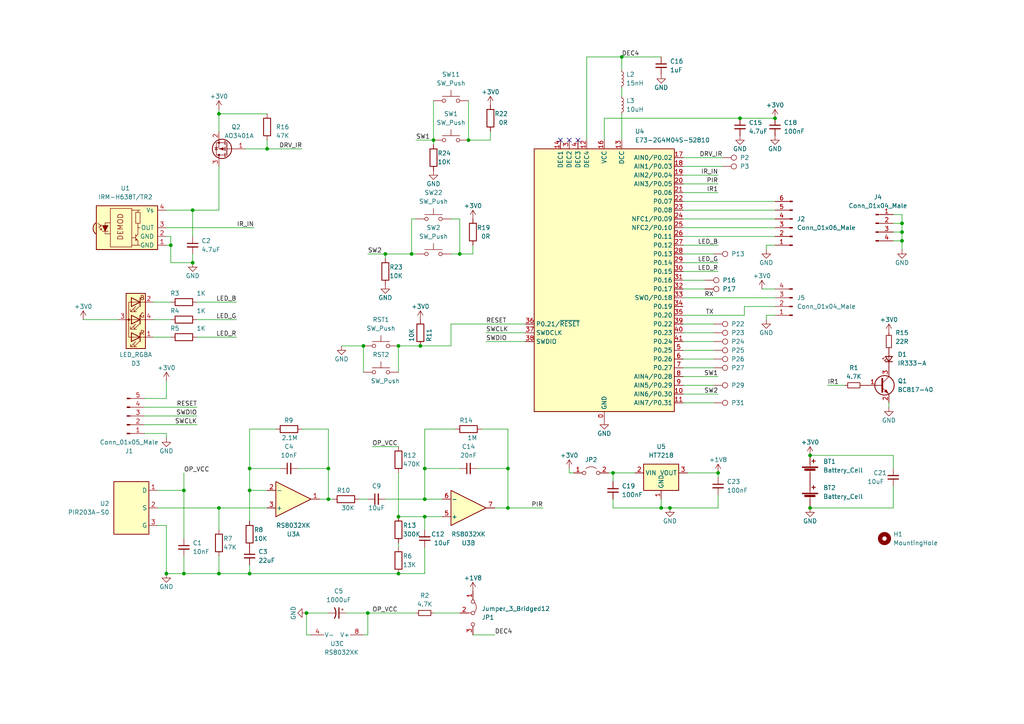
<source format=kicad_sch>
(kicad_sch (version 20211123) (generator eeschema)
  (paper "A4")
  (lib_symbols
    (symbol "Amplifier_Operational:LM358" (pin_names (offset 0.127))
      (property "Reference" "U" (at 0 5.08 0))
      (property "Value" "LM358" (at 0 -5.08 0))
      (symbol "LM358_1_1"
        (pin output line (at 7.62 0 180) (length 2.54) (name "~") (number "1"))
        (pin input line (at -7.62 -2.54 0) (length 2.54) (name "-") (number "2"))
        (pin input line (at -7.62 2.54 0) (length 2.54) (name "+") (number "3"))
      )
      (symbol "LM358_2_1"
        (pin input line (at -7.62 2.54 0) (length 2.54) (name "+") (number "5"))
        (pin input line (at -7.62 -2.54 0) (length 2.54) (name "-") (number "6"))
        (pin output line (at 7.62 0 180) (length 2.54) (name "~") (number "7"))
      )
      (symbol "LM358_3_1"
        (pin power_in line (at -2.54 -7.62 90) (length 3.81) (name "V-") (number "4"))
        (pin power_in line (at -2.54 7.62 270) (length 3.81) (name "V+") (number "8"))
      )
    )
    (symbol "Connector:Conn_01x04_Male" (pin_names (offset 1.016) hide)
      (property "Reference" "J" (at 0 5.08 0))
      (property "Value" "Conn_01x04_Male" (at 0 -7.62 0))
      (symbol "Conn_01x04_Male_1_1"
        (pin passive line (at 5.08 2.54 180) (length 3.81) (name "Pin_1") (number "1"))
        (pin passive line (at 5.08 0 180) (length 3.81) (name "Pin_2") (number "2"))
        (pin passive line (at 5.08 -2.54 180) (length 3.81) (name "Pin_3") (number "3"))
        (pin passive line (at 5.08 -5.08 180) (length 3.81) (name "Pin_4") (number "4"))
      )
    )
    (symbol "Connector:Conn_01x05_Male" (pin_names (offset 1.016) hide)
      (property "Reference" "J" (at 0 7.62 0))
      (property "Value" "Conn_01x05_Male" (at 0 -7.62 0))
      (symbol "Conn_01x05_Male_1_1"
        (pin passive line (at 5.08 5.08 180) (length 3.81) (name "Pin_1") (number "1"))
        (pin passive line (at 5.08 2.54 180) (length 3.81) (name "Pin_2") (number "2"))
        (pin passive line (at 5.08 0 180) (length 3.81) (name "Pin_3") (number "3"))
        (pin passive line (at 5.08 -2.54 180) (length 3.81) (name "Pin_4") (number "4"))
        (pin passive line (at 5.08 -5.08 180) (length 3.81) (name "Pin_5") (number "5"))
      )
    )
    (symbol "Connector:Conn_01x06_Male" (pin_names (offset 1.016) hide)
      (property "Reference" "J" (at 0 7.62 0))
      (property "Value" "Conn_01x06_Male" (at 0 -10.16 0))
      (symbol "Conn_01x06_Male_1_1"
        (pin passive line (at 5.08 5.08 180) (length 3.81) (name "Pin_1") (number "1"))
        (pin passive line (at 5.08 2.54 180) (length 3.81) (name "Pin_2") (number "2"))
        (pin passive line (at 5.08 0 180) (length 3.81) (name "Pin_3") (number "3"))
        (pin passive line (at 5.08 -2.54 180) (length 3.81) (name "Pin_4") (number "4"))
        (pin passive line (at 5.08 -5.08 180) (length 3.81) (name "Pin_5") (number "5"))
        (pin passive line (at 5.08 -7.62 180) (length 3.81) (name "Pin_6") (number "6"))
      )
    )
    (symbol "Connector:TestPoint" (pin_numbers hide) (pin_names (offset 0.762) hide)
      (property "Reference" "TP" (at 0 6.858 0))
      (property "Value" "TestPoint" (at 0 5.08 0))
      (symbol "TestPoint_1_1"
        (pin passive line (at 0 0 90) (length 2.54) (name "1") (number "1"))
      )
    )
    (symbol "Device:Battery_Cell" (pin_numbers hide) (pin_names (offset 0) hide)
      (property "Reference" "BT" (at 2.54 2.54 0))
      (property "Value" "Battery_Cell" (at 2.54 0 0))
      (symbol "Battery_Cell_1_1"
        (pin passive line (at 0 5.08 270) (length 2.54) (name "+") (number "1"))
        (pin passive line (at 0 -2.54 90) (length 2.54) (name "-") (number "2"))
      )
    )
    (symbol "Device:C_Polarized_Small_US" (pin_numbers hide) (pin_names (offset 0.254) hide)
      (property "Reference" "C" (at 0.254 1.778 0))
      (property "Value" "C_Polarized_Small_US" (at 0.254 -2.032 0))
      (symbol "C_Polarized_Small_US_1_1"
        (pin passive line (at 0 2.54 270) (length 2.032) (name "~") (number "1"))
        (pin passive line (at 0 -2.54 90) (length 2.032) (name "~") (number "2"))
      )
    )
    (symbol "Device:C_Small" (pin_numbers hide) (pin_names (offset 0.254) hide)
      (property "Reference" "C" (at 0.254 1.778 0))
      (property "Value" "C_Small" (at 0.254 -2.032 0))
      (symbol "C_Small_1_1"
        (pin passive line (at 0 2.54 270) (length 2.032) (name "~") (number "1"))
        (pin passive line (at 0 -2.54 90) (length 2.032) (name "~") (number "2"))
      )
    )
    (symbol "Device:LED_RGBA" (pin_names (offset 0) hide)
      (property "Reference" "D1" (at 0 12.7 0))
      (property "Value" "LED_RGBA" (at 0 10.16 0))
      (symbol "LED_RGBA_0_0"
        (text "B" (at -1.905 -6.35 0) (effects (font (size 1.27 1.27))))
        (text "G" (at -1.905 -1.27 0) (effects (font (size 1.27 1.27))))
        (text "R" (at -1.905 3.81 0) (effects (font (size 1.27 1.27))))
      )
      (symbol "LED_RGBA_1_1"
        (pin passive line (at -5.08 5.08 0) (length 2.54) (name "RK") (number "1"))
        (pin passive line (at -5.08 -5.08 0) (length 2.54) (name "BK") (number "2"))
        (pin passive line (at 5.08 0 180) (length 2.54) (name "A") (number "3"))
        (pin passive line (at -5.08 0 0) (length 2.54) (name "GK") (number "4"))
      )
    )
    (symbol "Device:LED_Small" (pin_numbers hide) (pin_names (offset 0.254) hide)
      (property "Reference" "D" (at -1.27 3.175 0))
      (property "Value" "LED_Small" (at -4.445 -2.54 0))
      (symbol "LED_Small_1_1"
        (pin passive line (at -2.54 0 0) (length 1.778) (name "K") (number "1"))
        (pin passive line (at 2.54 0 180) (length 1.778) (name "A") (number "2"))
      )
    )
    (symbol "Device:L_Small" (pin_numbers hide) (pin_names (offset 0.254) hide)
      (property "Reference" "L" (at 0.762 1.016 0))
      (property "Value" "L_Small" (at 0.762 -1.016 0))
      (symbol "L_Small_1_1"
        (pin passive line (at 0 2.54 270) (length 0.508) (name "~") (number "1"))
        (pin passive line (at 0 -2.54 90) (length 0.508) (name "~") (number "2"))
      )
    )
    (symbol "Device:R" (pin_numbers hide) (pin_names (offset 0))
      (property "Reference" "R" (at 2.032 0 90))
      (property "Value" "R" (at 0 0 90))
      (symbol "R_1_1"
        (pin passive line (at 0 3.81 270) (length 1.27) (name "~") (number "1"))
        (pin passive line (at 0 -3.81 90) (length 1.27) (name "~") (number "2"))
      )
    )
    (symbol "Device:R_Small" (pin_numbers hide) (pin_names (offset 0.254) hide)
      (property "Reference" "R" (at 0.762 0.508 0))
      (property "Value" "R_Small" (at 0.762 -1.016 0))
      (symbol "R_Small_1_1"
        (pin passive line (at 0 2.54 270) (length 0.762) (name "~") (number "1"))
        (pin passive line (at 0 -2.54 90) (length 0.762) (name "~") (number "2"))
      )
    )
    (symbol "Interface_Optical:TSOP23xx" (pin_names (offset 1.016))
      (property "Reference" "U?" (at -1.735 11.43 0))
      (property "Value" "IRM-H638T/TR2" (at -1.735 8.89 0))
      (symbol "TSOP23xx_0_0"
        (text "DEMOD" (at -3.175 0.254 900) (effects (font (size 1.524 1.524))))
      )
      (symbol "TSOP23xx_1_1"
        (pin power_in line (at 10.16 -5.08 180) (length 2.54) (name "GND") (number "1"))
        (pin power_in line (at 10.16 -2.54 180) (length 2.54) (name "GND") (number "2"))
        (pin output line (at 10.16 0 180) (length 2.54) (name "OUT") (number "3"))
        (pin power_in line (at 10.16 5.08 180) (length 2.54) (name "Vs") (number "4"))
      )
    )
    (symbol "Jumper:Jumper_2_Open" (pin_names (offset 0) hide)
      (property "Reference" "JP" (at 0 2.794 0))
      (property "Value" "Jumper_2_Open" (at 0 -2.286 0))
      (symbol "Jumper_2_Open_1_1"
        (pin passive line (at -5.08 0 0) (length 2.54) (name "A") (number "1"))
        (pin passive line (at 5.08 0 180) (length 2.54) (name "B") (number "2"))
      )
    )
    (symbol "Jumper:Jumper_3_Bridged12" (pin_names (offset 0) hide)
      (property "Reference" "JP" (at -2.54 -2.54 0))
      (property "Value" "Jumper_3_Bridged12" (at 0 2.794 0))
      (symbol "Jumper_3_Bridged12_1_1"
        (pin passive line (at -6.35 0 0) (length 2.54) (name "A") (number "1"))
        (pin input line (at 0 -3.81 90) (length 2.54) (name "C") (number "2"))
        (pin passive line (at 6.35 0 180) (length 2.54) (name "B") (number "3"))
      )
    )
    (symbol "Mechanical:MountingHole" (pin_names (offset 1.016))
      (property "Reference" "H" (at 0 5.08 0))
      (property "Value" "MountingHole" (at 0 3.175 0))
    )
    (symbol "RF_Module:E73-2G4M04S-52810"
      (property "Reference" "U" (at 0 1.27 0))
      (property "Value" "E73-2G4M04S-52810" (at 0 -1.27 0))
      (symbol "E73-2G4M04S-52810_1_1"
        (pin power_in line (at 0 -40.64 90) (length 2.54) (name "GND") (number "0"))
        (pin passive line (at 0 -40.64 90) (length 2.54) hide (name "GND") (number "1"))
        (pin bidirectional line (at 22.86 -33.02 180) (length 2.54) (name "AIN6/P0.30") (number "10"))
        (pin bidirectional line (at 22.86 -35.56 180) (length 2.54) (name "AIN7/P0.31") (number "11"))
        (pin passive line (at -5.08 40.64 270) (length 2.54) (name "DEC4") (number "12"))
        (pin power_out line (at 5.08 40.64 270) (length 2.54) (name "DCC") (number "13"))
        (pin passive line (at -12.7 40.64 270) (length 2.54) (name "DEC1") (number "14"))
        (pin passive line (at 0 -40.64 90) (length 2.54) hide (name "GND") (number "15"))
        (pin power_in line (at 0 40.64 270) (length 2.54) (name "VCC") (number "16"))
        (pin bidirectional line (at 22.86 35.56 180) (length 2.54) (name "AIN0/P0.02") (number "17"))
        (pin bidirectional line (at 22.86 33.02 180) (length 2.54) (name "AIN1/P0.03") (number "18"))
        (pin bidirectional line (at 22.86 30.48 180) (length 2.54) (name "AIN2/P0.04") (number "19"))
        (pin passive line (at 0 -40.64 90) (length 2.54) hide (name "GND") (number "2"))
        (pin bidirectional line (at 22.86 27.94 180) (length 2.54) (name "AIN3/P0.05") (number "20"))
        (pin bidirectional line (at 22.86 25.4 180) (length 2.54) (name "P0.06") (number "21"))
        (pin bidirectional line (at 22.86 22.86 180) (length 2.54) (name "P0.07") (number "22"))
        (pin bidirectional line (at 22.86 20.32 180) (length 2.54) (name "P0.08") (number "23"))
        (pin bidirectional line (at 22.86 17.78 180) (length 2.54) (name "NFC1/P0.09") (number "24"))
        (pin bidirectional line (at 22.86 15.24 180) (length 2.54) (name "NFC2/P0.10") (number "25"))
        (pin bidirectional line (at 22.86 12.7 180) (length 2.54) (name "P0.11") (number "26"))
        (pin bidirectional line (at 22.86 10.16 180) (length 2.54) (name "P0.12") (number "27"))
        (pin bidirectional line (at 22.86 7.62 180) (length 2.54) (name "P0.13") (number "28"))
        (pin bidirectional line (at 22.86 5.08 180) (length 2.54) (name "P0.14") (number "29"))
        (pin passive line (at -10.16 40.64 270) (length 2.54) (name "DEC2") (number "3"))
        (pin bidirectional line (at 22.86 2.54 180) (length 2.54) (name "P0.15") (number "30"))
        (pin bidirectional line (at 22.86 0 180) (length 2.54) (name "P0.16") (number "31"))
        (pin bidirectional line (at 22.86 -2.54 180) (length 2.54) (name "P0.17") (number "32"))
        (pin bidirectional line (at 22.86 -5.08 180) (length 2.54) (name "SWO/P0.18") (number "33"))
        (pin bidirectional line (at 22.86 -7.62 180) (length 2.54) (name "P0.19") (number "34"))
        (pin bidirectional line (at 22.86 -10.16 180) (length 2.54) (name "P0.20") (number "35"))
        (pin bidirectional line (at -22.86 -12.7 0) (length 2.54) (name "P0.21/~{RESET}") (number "36"))
        (pin input line (at -22.86 -15.24 0) (length 2.54) (name "SWDCLK") (number "37"))
        (pin bidirectional line (at -22.86 -17.78 0) (length 2.54) (name "SWDIO") (number "38"))
        (pin bidirectional line (at 22.86 -12.7 180) (length 2.54) (name "P0.22") (number "39"))
        (pin passive line (at -7.62 40.64 270) (length 2.54) (name "DEC3") (number "4"))
        (pin bidirectional line (at 22.86 -15.24 180) (length 2.54) (name "P0.23") (number "40"))
        (pin bidirectional line (at 22.86 -17.78 180) (length 2.54) (name "P0.24") (number "41"))
        (pin passive line (at 0 -40.64 90) (length 2.54) hide (name "GND") (number "42"))
        (pin passive line (at 0 -40.64 90) (length 2.54) hide (name "GND") (number "43"))
        (pin bidirectional line (at 22.86 -20.32 180) (length 2.54) (name "P0.25") (number "5"))
        (pin bidirectional line (at 22.86 -22.86 180) (length 2.54) (name "P0.26") (number "6"))
        (pin bidirectional line (at 22.86 -25.4 180) (length 2.54) (name "P0.27") (number "7"))
        (pin bidirectional line (at 22.86 -27.94 180) (length 2.54) (name "AIN4/P0.28") (number "8"))
        (pin bidirectional line (at 22.86 -30.48 180) (length 2.54) (name "AIN5/P0.29") (number "9"))
      )
    )
    (symbol "Regulator_Linear:HT75xx-1-SOT89"
      (property "Reference" "U" (at -5.08 -3.81 0))
      (property "Value" "HT75xx-1-SOT89" (at 0 6.35 0))
      (symbol "HT75xx-1-SOT89_1_1"
        (pin power_in line (at 0 -5.08 90) (length 2.54) (name "GND") (number "1"))
        (pin power_in line (at -7.62 2.54 0) (length 2.54) (name "VIN") (number "2"))
        (pin power_out line (at 7.62 2.54 180) (length 2.54) (name "VOUT") (number "3"))
      )
    )
    (symbol "Sensor_Magnetic:A1101ELHL"
      (property "Reference" "U?" (at -6.35 1.2701 0))
      (property "Value" "PIR203A-S0" (at -6.35 -1.2699 0))
      (symbol "A1101ELHL_1_1"
        (pin passive line (at 7.62 5.08 180) (length 2.54) (name "D") (number "1"))
        (pin passive line (at 7.62 0 180) (length 2.54) (name "S") (number "2"))
        (pin passive line (at 7.62 -5.08 180) (length 2.54) (name "G") (number "3"))
      )
    )
    (symbol "Switch:SW_Push" (pin_numbers hide) (pin_names (offset 1.016) hide)
      (property "Reference" "SW" (at 1.27 2.54 0))
      (property "Value" "SW_Push" (at 0 -1.524 0))
      (symbol "SW_Push_0_1"
        (pin passive line (at -5.08 0 0) (length 2.54) (name "1") (number "1"))
        (pin passive line (at 5.08 0 180) (length 2.54) (name "2") (number "2"))
      )
    )
    (symbol "Transistor_BJT:BC817" (pin_names (offset 0) hide)
      (property "Reference" "Q" (at 5.08 1.905 0))
      (property "Value" "BC817" (at 5.08 0 0))
      (symbol "BC817_1_1"
        (pin input line (at -5.08 0 0) (length 5.715) (name "B") (number "1"))
        (pin passive line (at 2.54 -5.08 90) (length 2.54) (name "E") (number "2"))
        (pin passive line (at 2.54 5.08 270) (length 2.54) (name "C") (number "3"))
      )
    )
    (symbol "Transistor_FET:AO3401A" (pin_names hide)
      (property "Reference" "Q" (at 5.08 1.905 0))
      (property "Value" "AO3401A" (at 5.08 0 0))
      (symbol "AO3401A_1_1"
        (pin input line (at -5.08 0 0) (length 2.54) (name "G") (number "1"))
        (pin passive line (at 2.54 -5.08 90) (length 2.54) (name "S") (number "2"))
        (pin passive line (at 2.54 5.08 270) (length 2.54) (name "D") (number "3"))
      )
    )
    (symbol "power:+1V8" (power) (pin_names (offset 0))
      (property "Value" "+1V8" (at 0 3.556 0))
      (symbol "+1V8_1_1"
        (pin power_in line (at 0 0 90) (length 0) hide (name "+1V8") (number "1"))
      )
    )
    (symbol "power:+3V0" (power) (pin_names (offset 0))
      (property "Value" "+3V0" (at 0 3.556 0))
      (symbol "+3V0_1_1"
        (pin power_in line (at 0 0 90) (length 0) hide (name "+3V0") (number "1"))
      )
    )
    (symbol "power:GND" (power) (pin_names (offset 0))
      (property "Value" "GND" (at 0 -3.81 0))
      (symbol "GND_1_1"
        (pin power_in line (at 0 0 270) (length 0) hide (name "GND") (number "1"))
      )
    )
  )
  (junction (at 88.9 177.8))
  (junction (at 180.34 16.51))
  (junction (at 191.77 147.32))
  (junction (at 261.62 67.31))
  (junction (at 125.73 40.64))
  (junction (at 224.79 34.29))
  (junction (at 95.25 135.89))
  (junction (at 55.88 60.96))
  (junction (at 208.28 137.16))
  (junction (at 49.53 71.12))
  (junction (at 111.76 73.66))
  (junction (at 63.5 147.32))
  (junction (at 123.19 149.86))
  (junction (at 119.38 73.66))
  (junction (at 121.92 100.33))
  (junction (at 214.63 34.29))
  (junction (at 147.32 147.32))
  (junction (at 133.35 73.66))
  (junction (at 72.39 135.89))
  (junction (at 115.57 166.37))
  (junction (at 115.57 149.86))
  (junction (at 72.39 142.24))
  (junction (at 115.57 100.33))
  (junction (at 261.62 64.77))
  (junction (at 72.39 166.37))
  (junction (at 123.19 135.89))
  (junction (at 63.5 166.37))
  (junction (at 106.68 177.8))
  (junction (at 135.89 40.64))
  (junction (at 147.32 135.89))
  (junction (at 95.25 144.78))
  (junction (at 48.26 166.37))
  (junction (at 105.41 100.33))
  (junction (at 234.95 132.08))
  (junction (at 63.5 33.02))
  (junction (at 177.8 137.16))
  (junction (at 53.34 166.37))
  (junction (at 123.19 144.78))
  (junction (at 261.62 69.85))
  (junction (at 194.31 147.32))
  (junction (at 77.47 43.18))
  (junction (at 234.95 147.32))
  (junction (at 55.88 76.2))
  (junction (at 53.34 142.24))
  (no_connect (at 167.64 40.64))
  (no_connect (at 165.1 40.64))
  (no_connect (at 162.56 40.64))
  (wire (pts (xy 198.12 109.22) (xy 208.28 109.22)))
  (wire (pts (xy 198.12 76.2) (xy 208.28 76.2)))
  (wire (pts (xy 198.12 106.68) (xy 207.01 106.68)))
  (wire (pts (xy 53.34 142.24) (xy 45.72 142.24)))
  (wire (pts (xy 140.97 96.52) (xy 152.4 96.52)))
  (wire (pts (xy 147.32 147.32) (xy 143.51 147.32)))
  (wire (pts (xy 177.8 137.16) (xy 177.8 139.7)))
  (wire (pts (xy 140.97 99.06) (xy 152.4 99.06)))
  (wire (pts (xy 152.4 93.98) (xy 130.81 93.98)))
  (wire (pts (xy 72.39 166.37) (xy 63.5 166.37)))
  (wire (pts (xy 107.95 129.54) (xy 115.57 129.54)))
  (wire (pts (xy 63.5 166.37) (xy 53.34 166.37)))
  (wire (pts (xy 57.15 92.71) (xy 68.58 92.71)))
  (wire (pts (xy 123.19 166.37) (xy 115.57 166.37)))
  (wire (pts (xy 135.89 29.21) (xy 135.89 40.64)))
  (wire (pts (xy 77.47 40.64) (xy 77.47 43.18)))
  (wire (pts (xy 198.12 114.3) (xy 208.28 114.3)))
  (wire (pts (xy 119.38 63.5) (xy 119.38 73.66)))
  (wire (pts (xy 88.9 184.15) (xy 88.9 177.8)))
  (wire (pts (xy 259.08 140.97) (xy 259.08 147.32)))
  (wire (pts (xy 259.08 67.31) (xy 261.62 67.31)))
  (wire (pts (xy 63.5 31.75) (xy 63.5 33.02)))
  (wire (pts (xy 224.79 71.12) (xy 222.25 71.12)))
  (wire (pts (xy 198.12 55.88) (xy 208.28 55.88)))
  (wire (pts (xy 215.9 91.44) (xy 215.9 88.9)))
  (wire (pts (xy 133.35 63.5) (xy 133.35 73.66)))
  (wire (pts (xy 63.5 161.29) (xy 63.5 166.37)))
  (wire (pts (xy 135.89 40.64) (xy 142.24 40.64)))
  (wire (pts (xy 138.43 135.89) (xy 147.32 135.89)))
  (wire (pts (xy 48.26 110.49) (xy 48.26 115.57)))
  (wire (pts (xy 125.73 29.21) (xy 125.73 40.64)))
  (wire (pts (xy 214.63 34.29) (xy 224.79 34.29)))
  (wire (pts (xy 123.19 144.78) (xy 128.27 144.78)))
  (wire (pts (xy 198.12 81.28) (xy 204.47 81.28)))
  (wire (pts (xy 198.12 50.8) (xy 208.28 50.8)))
  (wire (pts (xy 142.24 38.1) (xy 142.24 40.64)))
  (wire (pts (xy 115.57 166.37) (xy 72.39 166.37)))
  (wire (pts (xy 259.08 135.89) (xy 259.08 132.08)))
  (wire (pts (xy 49.53 97.79) (xy 44.45 97.79)))
  (wire (pts (xy 240.03 111.76) (xy 245.11 111.76)))
  (wire (pts (xy 45.72 147.32) (xy 63.5 147.32)))
  (wire (pts (xy 63.5 60.96) (xy 55.88 60.96)))
  (wire (pts (xy 48.26 71.12) (xy 49.53 71.12)))
  (wire (pts (xy 106.68 184.15) (xy 106.68 177.8)))
  (wire (pts (xy 63.5 147.32) (xy 63.5 153.67)))
  (wire (pts (xy 63.5 33.02) (xy 77.47 33.02)))
  (wire (pts (xy 224.79 83.82) (xy 220.98 83.82)))
  (wire (pts (xy 259.08 69.85) (xy 261.62 69.85)))
  (wire (pts (xy 115.57 149.86) (xy 123.19 149.86)))
  (wire (pts (xy 49.53 87.63) (xy 44.45 87.63)))
  (wire (pts (xy 259.08 64.77) (xy 261.62 64.77)))
  (wire (pts (xy 130.81 73.66) (xy 133.35 73.66)))
  (wire (pts (xy 198.12 116.84) (xy 207.01 116.84)))
  (wire (pts (xy 222.25 91.44) (xy 222.25 92.71)))
  (wire (pts (xy 165.1 137.16) (xy 165.1 135.89)))
  (wire (pts (xy 130.81 63.5) (xy 133.35 63.5)))
  (wire (pts (xy 191.77 147.32) (xy 194.31 147.32)))
  (wire (pts (xy 48.26 60.96) (xy 55.88 60.96)))
  (wire (pts (xy 198.12 91.44) (xy 215.9 91.44)))
  (wire (pts (xy 48.26 125.73) (xy 48.26 127)))
  (wire (pts (xy 53.34 137.16) (xy 53.34 142.24)))
  (wire (pts (xy 208.28 143.51) (xy 208.28 147.32)))
  (wire (pts (xy 115.57 100.33) (xy 115.57 107.95)))
  (wire (pts (xy 49.53 76.2) (xy 55.88 76.2)))
  (wire (pts (xy 198.12 93.98) (xy 207.01 93.98)))
  (wire (pts (xy 198.12 86.36) (xy 224.79 86.36)))
  (wire (pts (xy 48.26 68.58) (xy 49.53 68.58)))
  (wire (pts (xy 170.18 16.51) (xy 170.18 40.64)))
  (wire (pts (xy 198.12 71.12) (xy 208.28 71.12)))
  (wire (pts (xy 95.25 144.78) (xy 96.52 144.78)))
  (wire (pts (xy 115.57 157.48) (xy 115.57 158.75)))
  (wire (pts (xy 259.08 62.23) (xy 261.62 62.23)))
  (wire (pts (xy 261.62 62.23) (xy 261.62 64.77)))
  (wire (pts (xy 261.62 69.85) (xy 261.62 72.39)))
  (wire (pts (xy 49.53 68.58) (xy 49.53 71.12)))
  (wire (pts (xy 41.91 118.11) (xy 57.15 118.11)))
  (wire (pts (xy 80.01 124.46) (xy 72.39 124.46)))
  (wire (pts (xy 222.25 71.12) (xy 222.25 72.39)))
  (wire (pts (xy 120.65 40.64) (xy 125.73 40.64)))
  (wire (pts (xy 147.32 135.89) (xy 147.32 147.32)))
  (wire (pts (xy 180.34 33.02) (xy 180.34 40.64)))
  (wire (pts (xy 92.71 144.78) (xy 95.25 144.78)))
  (wire (pts (xy 63.5 147.32) (xy 77.47 147.32)))
  (wire (pts (xy 175.26 34.29) (xy 214.63 34.29)))
  (wire (pts (xy 198.12 111.76) (xy 207.01 111.76)))
  (wire (pts (xy 123.19 149.86) (xy 123.19 153.67)))
  (wire (pts (xy 198.12 58.42) (xy 224.79 58.42)))
  (wire (pts (xy 234.95 132.08) (xy 259.08 132.08)))
  (wire (pts (xy 224.79 91.44) (xy 222.25 91.44)))
  (wire (pts (xy 125.73 40.64) (xy 125.73 41.91)))
  (wire (pts (xy 48.26 115.57) (xy 41.91 115.57)))
  (wire (pts (xy 180.34 20.32) (xy 180.34 16.51)))
  (wire (pts (xy 165.1 137.16) (xy 166.37 137.16)))
  (wire (pts (xy 123.19 135.89) (xy 123.19 144.78)))
  (wire (pts (xy 175.26 34.29) (xy 175.26 40.64)))
  (wire (pts (xy 99.06 100.33) (xy 105.41 100.33)))
  (wire (pts (xy 95.25 135.89) (xy 95.25 144.78)))
  (wire (pts (xy 119.38 73.66) (xy 120.65 73.66)))
  (wire (pts (xy 104.14 144.78) (xy 106.68 144.78)))
  (wire (pts (xy 198.12 68.58) (xy 224.79 68.58)))
  (wire (pts (xy 55.88 76.2) (xy 55.88 73.66)))
  (wire (pts (xy 41.91 125.73) (xy 48.26 125.73)))
  (wire (pts (xy 72.39 142.24) (xy 77.47 142.24)))
  (wire (pts (xy 48.26 166.37) (xy 53.34 166.37)))
  (wire (pts (xy 198.12 99.06) (xy 207.01 99.06)))
  (wire (pts (xy 261.62 64.77) (xy 261.62 67.31)))
  (wire (pts (xy 198.12 63.5) (xy 224.79 63.5)))
  (wire (pts (xy 257.81 118.11) (xy 257.81 116.84)))
  (wire (pts (xy 53.34 166.37) (xy 53.34 161.29)))
  (wire (pts (xy 147.32 147.32) (xy 157.48 147.32)))
  (wire (pts (xy 86.36 135.89) (xy 95.25 135.89)))
  (wire (pts (xy 72.39 135.89) (xy 72.39 142.24)))
  (wire (pts (xy 115.57 137.16) (xy 115.57 149.86)))
  (wire (pts (xy 177.8 147.32) (xy 191.77 147.32)))
  (wire (pts (xy 105.41 184.15) (xy 106.68 184.15)))
  (wire (pts (xy 24.13 92.71) (xy 34.29 92.71)))
  (wire (pts (xy 198.12 66.04) (xy 224.79 66.04)))
  (wire (pts (xy 147.32 124.46) (xy 147.32 135.89)))
  (wire (pts (xy 48.26 152.4) (xy 48.26 166.37)))
  (wire (pts (xy 111.76 73.66) (xy 119.38 73.66)))
  (wire (pts (xy 120.65 63.5) (xy 119.38 63.5)))
  (wire (pts (xy 72.39 124.46) (xy 72.39 135.89)))
  (wire (pts (xy 208.28 137.16) (xy 208.28 138.43)))
  (wire (pts (xy 180.34 25.4) (xy 180.34 27.94)))
  (wire (pts (xy 72.39 163.83) (xy 72.39 166.37)))
  (wire (pts (xy 77.47 43.18) (xy 87.63 43.18)))
  (wire (pts (xy 198.12 45.72) (xy 209.55 45.72)))
  (wire (pts (xy 130.81 100.33) (xy 121.92 100.33)))
  (wire (pts (xy 198.12 53.34) (xy 208.28 53.34)))
  (wire (pts (xy 139.7 124.46) (xy 147.32 124.46)))
  (wire (pts (xy 41.91 123.19) (xy 57.15 123.19)))
  (wire (pts (xy 177.8 137.16) (xy 184.15 137.16)))
  (wire (pts (xy 137.16 71.12) (xy 137.16 73.66)))
  (wire (pts (xy 123.19 124.46) (xy 123.19 135.89)))
  (wire (pts (xy 63.5 33.02) (xy 63.5 38.1)))
  (wire (pts (xy 191.77 144.78) (xy 191.77 147.32)))
  (wire (pts (xy 177.8 144.78) (xy 177.8 147.32)))
  (wire (pts (xy 95.25 124.46) (xy 95.25 135.89)))
  (wire (pts (xy 57.15 97.79) (xy 68.58 97.79)))
  (wire (pts (xy 198.12 48.26) (xy 209.55 48.26)))
  (wire (pts (xy 90.17 184.15) (xy 88.9 184.15)))
  (wire (pts (xy 198.12 73.66) (xy 207.01 73.66)))
  (wire (pts (xy 111.76 73.66) (xy 111.76 74.93)))
  (wire (pts (xy 88.9 177.8) (xy 95.25 177.8)))
  (wire (pts (xy 215.9 88.9) (xy 224.79 88.9)))
  (wire (pts (xy 176.53 137.16) (xy 177.8 137.16)))
  (wire (pts (xy 106.68 73.66) (xy 111.76 73.66)))
  (wire (pts (xy 198.12 101.6) (xy 207.01 101.6)))
  (wire (pts (xy 130.81 93.98) (xy 130.81 100.33)))
  (wire (pts (xy 71.12 43.18) (xy 77.47 43.18)))
  (wire (pts (xy 55.88 60.96) (xy 55.88 68.58)))
  (wire (pts (xy 198.12 83.82) (xy 204.47 83.82)))
  (wire (pts (xy 123.19 149.86) (xy 128.27 149.86)))
  (wire (pts (xy 41.91 120.65) (xy 57.15 120.65)))
  (wire (pts (xy 198.12 104.14) (xy 207.01 104.14)))
  (wire (pts (xy 106.68 177.8) (xy 120.65 177.8)))
  (wire (pts (xy 57.15 87.63) (xy 68.58 87.63)))
  (wire (pts (xy 180.34 16.51) (xy 191.77 16.51)))
  (wire (pts (xy 137.16 184.15) (xy 143.51 184.15)))
  (wire (pts (xy 111.76 144.78) (xy 123.19 144.78)))
  (wire (pts (xy 180.34 16.51) (xy 170.18 16.51)))
  (wire (pts (xy 81.28 135.89) (xy 72.39 135.89)))
  (wire (pts (xy 49.53 92.71) (xy 44.45 92.71)))
  (wire (pts (xy 87.63 124.46) (xy 95.25 124.46)))
  (wire (pts (xy 45.72 152.4) (xy 48.26 152.4)))
  (wire (pts (xy 72.39 151.13) (xy 72.39 142.24)))
  (wire (pts (xy 199.39 137.16) (xy 208.28 137.16)))
  (wire (pts (xy 63.5 48.26) (xy 63.5 60.96)))
  (wire (pts (xy 208.28 147.32) (xy 194.31 147.32)))
  (wire (pts (xy 115.57 100.33) (xy 121.92 100.33)))
  (wire (pts (xy 261.62 67.31) (xy 261.62 69.85)))
  (wire (pts (xy 198.12 78.74) (xy 208.28 78.74)))
  (wire (pts (xy 53.34 142.24) (xy 53.34 156.21)))
  (wire (pts (xy 198.12 96.52) (xy 207.01 96.52)))
  (wire (pts (xy 133.35 135.89) (xy 123.19 135.89)))
  (wire (pts (xy 123.19 158.75) (xy 123.19 166.37)))
  (wire (pts (xy 133.35 73.66) (xy 137.16 73.66)))
  (wire (pts (xy 125.73 177.8) (xy 133.35 177.8)))
  (wire (pts (xy 198.12 60.96) (xy 224.79 60.96)))
  (wire (pts (xy 132.08 124.46) (xy 123.19 124.46)))
  (wire (pts (xy 106.68 177.8) (xy 100.33 177.8)))
  (wire (pts (xy 105.41 100.33) (xy 105.41 107.95)))
  (wire (pts (xy 49.53 71.12) (xy 49.53 76.2)))
  (wire (pts (xy 234.95 147.32) (xy 259.08 147.32)))
  (wire (pts (xy 48.26 66.04) (xy 73.66 66.04)))
  (label "DRV_IR" (at 87.63 43.18 180))
  (label "IR1" (at 208.28 55.88 180))
  (label "OP_VCC" (at 53.34 137.16 0))
  (label "RX" (at 207.01 86.36 180))
  (label "OP_VCC" (at 107.95 129.54 0))
  (label "RESET" (at 140.97 93.98 0))
  (label "IR_IN" (at 208.28 50.8 180))
  (label "LED_B" (at 68.58 87.63 180))
  (label "DRV_IR" (at 209.55 45.72 180))
  (label "IR_IN" (at 73.66 66.04 180))
  (label "SW1" (at 208.28 109.22 180))
  (label "TX" (at 207.01 91.44 180))
  (label "SWDIO" (at 57.15 120.65 180))
  (label "LED_B" (at 208.28 71.12 180))
  (label "LED_R" (at 208.28 78.74 180))
  (label "SWCLK" (at 140.97 96.52 0))
  (label "PIR" (at 157.48 147.32 180))
  (label "RESET" (at 57.15 118.11 180))
  (label "DEC4" (at 180.34 16.51 0))
  (label "PIR" (at 208.28 53.34 180))
  (label "LED_G" (at 68.58 92.71 180))
  (label "LED_R" (at 68.58 97.79 180))
  (label "DEC4" (at 143.51 184.15 0))
  (label "OP_VCC" (at 107.95 177.8 0))
  (label "LED_G" (at 208.28 76.2 180))
  (label "IR1" (at 240.03 111.76 0))
  (label "SW2" (at 208.28 114.3 180))
  (label "SWDIO" (at 140.97 99.06 0))
  (label "SWCLK" (at 57.15 123.19 180))
  (label "SW2" (at 106.68 73.66 0))
  (label "SW1" (at 120.65 40.64 0))
  (symbol (lib_id "Device:C_Small") (at 208.28 140.97 0) (unit 1)
    (property "Reference" "C23" (at 210.82 139.7062 0) (effects (justify left)))
    (property "Value" "100nF" (at 210.82 142.2462 0) (effects (justify left)))
    (property "Footprint" "Capacitor_SMD:C_0402_1005Metric" (effects hide))
  )
  (symbol (lib_id "Switch:SW_Push") (at 125.73 63.5 0) (unit 1)
    (property "Reference" "SW22" (at 125.73 55.88 0))
    (property "Value" "SW_Push" (at 125.73 58.42 0))
    (property "Footprint" "Button_Switch_SMD:SW_SPST_EVQPE1" (effects hide))
    (property "LCSC PN" "C720477" (effects hide))
  )
  (symbol (lib_id "power:GND") (at 48.26 166.37 0) (unit 1)
    (property "Reference" "#PWR05" (effects hide))
    (property "Value" "GND" (at 48.26 170.18 0))
  )
  (symbol (lib_id "Device:R") (at 53.34 97.79 90) (unit 1)
    (property "Reference" "R5" (at 52.07 95.25 90) (effects (justify left)))
    (property "Value" "1K" (at 59.69 95.25 90) (effects (justify left)))
    (property "Footprint" "Resistor_SMD:R_0402_1005Metric" (effects hide))
    (property "LCSC PN" "C11702" (effects hide))
  )
  (symbol (lib_id "Connector:TestPoint") (at 209.55 48.26 270) (unit 1)
    (property "Reference" "P3" (at 214.63 48.26 90) (effects (justify left)))
    (property "Value" "TestPoint" (effects hide))
    (property "Footprint" "TestPoint:TestPoint_Pad_1.5x1.5mm" (effects hide))
  )
  (symbol (lib_id "Device:C_Small") (at 177.8 142.24 0) (unit 1)
    (property "Reference" "C19" (at 180.34 140.9762 0) (effects (justify left)))
    (property "Value" "100nF" (at 180.34 143.5162 0) (effects (justify left)))
    (property "Footprint" "Capacitor_SMD:C_0402_1005Metric" (effects hide))
  )
  (symbol (lib_id "power:GND") (at 55.88 76.2 0) (unit 1)
    (property "Reference" "#PWR07" (effects hide))
    (property "Value" "GND" (at 55.88 80.01 0))
  )
  (symbol (lib_id "power:GND") (at 261.62 72.39 0) (unit 1)
    (property "Reference" "#PWR0101" (effects hide))
    (property "Value" "GND" (at 261.62 76.2 0))
  )
  (symbol (lib_id "power:GND") (at 99.06 100.33 0) (unit 1)
    (property "Reference" "#PWR016" (effects hide))
    (property "Value" "GND" (at 99.06 104.14 0))
  )
  (symbol (lib_id "Connector:TestPoint") (at 207.01 99.06 270) (unit 1)
    (property "Reference" "P24" (at 212.09 99.06 90) (effects (justify left)))
    (property "Value" "TestPoint" (effects hide))
    (property "Footprint" "TestPoint:TestPoint_Pad_1.5x1.5mm" (effects hide))
  )
  (symbol (lib_id "power:+3V0") (at 224.79 34.29 0) (unit 1)
    (property "Reference" "#PWR0112" (effects hide))
    (property "Value" "+3V0" (at 224.79 30.48 0))
  )
  (symbol (lib_id "power:+3V0") (at 142.24 30.48 0) (unit 1)
    (property "Reference" "#PWR0110" (effects hide))
    (property "Value" "+3V0" (at 142.24 26.67 0))
  )
  (symbol (lib_id "power:GND") (at 175.26 121.92 0) (unit 1)
    (property "Reference" "#PWR03" (effects hide))
    (property "Value" "GND" (at 175.26 125.73 0))
  )
  (symbol (lib_id "Switch:SW_Push") (at 110.49 107.95 0) (unit 1)
    (property "Reference" "RST2" (at 110.49 102.87 0))
    (property "Value" "SW_Push" (at 111.76 110.49 0))
    (property "Footprint" "Button_Switch_SMD:SW_SPST_EVQPE1" (effects hide))
    (property "LCSC PN" "C720477" (effects hide))
  )
  (symbol (lib_id "Device:C_Polarized_Small_US") (at 97.79 177.8 270) (unit 1)
    (property "Reference" "C5" (at 98.2218 171.45 90))
    (property "Value" "1000uF" (at 98.2218 173.99 90))
    (property "Footprint" "Capacitor_SMD:CP_Elec_8x10.5" (effects hide))
    (property "LCSC" "C99833" (effects hide))
  )
  (symbol (lib_id "power:+3V0") (at 220.98 83.82 0) (unit 1)
    (property "Reference" "#PWR0113" (effects hide))
    (property "Value" "+3V0" (at 220.98 80.01 0))
  )
  (symbol (lib_id "Connector:TestPoint") (at 207.01 93.98 270) (unit 1)
    (property "Reference" "P22" (at 212.09 93.98 90) (effects (justify left)))
    (property "Value" "TestPoint" (effects hide))
    (property "Footprint" "TestPoint:TestPoint_Pad_1.5x1.5mm" (effects hide))
  )
  (symbol (lib_id "Device:R") (at 72.39 154.94 0) (unit 1)
    (property "Reference" "R8" (at 73.66 153.67 0) (effects (justify left)))
    (property "Value" "10K" (at 73.66 156.21 0) (effects (justify left)))
    (property "Footprint" "Resistor_SMD:R_0402_1005Metric" (effects hide))
  )
  (symbol (lib_id "Device:R") (at 83.82 124.46 90) (unit 1)
    (property "Reference" "R9" (at 85.09 121.92 90) (effects (justify left)))
    (property "Value" "2.1M" (at 86.36 127 90) (effects (justify left)))
    (property "Footprint" "Resistor_SMD:R_0603_1608Metric" (effects hide))
  )
  (symbol (lib_id "Connector:Conn_01x06_Male") (at 229.87 66.04 180) (unit 1)
    (property "Reference" "J2" (at 231.14 63.4999 0) (effects (justify right)))
    (property "Value" "Conn_01x06_Male" (at 231.14 66.0399 0) (effects (justify right)))
    (property "Footprint" "Connector_PinHeader_2.54mm:PinHeader_1x06_P2.54mm_Vertical" (effects hide))
  )
  (symbol (lib_id "Device:C_Small") (at 109.22 144.78 90) (unit 1)
    (property "Reference" "C9" (at 109.22 140.97 90))
    (property "Value" "10uF" (at 109.22 147.32 90))
    (property "Footprint" "Capacitor_SMD:C_1206_3216Metric" (effects hide))
  )
  (symbol (lib_id "Sensor_Magnetic:A1101ELHL") (at 38.1 147.32 0) (unit 1)
    (property "Reference" "U2" (at 31.75 146.0499 0) (effects (justify right)))
    (property "Value" "PIR203A-S0" (at 31.75 148.5899 0) (effects (justify right)))
    (property "Footprint" "Package_TO_SOT_THT:TO-39-3" (effects hide))
    (property "LCSC" "C2887899" (effects hide))
  )
  (symbol (lib_id "Connector:Conn_01x05_Male") (at 36.83 120.65 0) (mirror x) (unit 1)
    (property "Reference" "J1" (at 37.465 130.81 0))
    (property "Value" "Conn_01x05_Male" (at 37.465 128.27 0))
    (property "Footprint" "Connector_PinHeader_2.54mm:PinHeader_1x05_P2.54mm_Vertical" (effects hide))
  )
  (symbol (lib_id "Switch:SW_Push") (at 125.73 73.66 0) (unit 1)
    (property "Reference" "SW2" (at 125.73 66.04 0))
    (property "Value" "SW_Push" (at 125.73 68.58 0))
    (property "Footprint" "Button_Switch_SMD:SW_SPST_EVQPE1" (effects hide))
    (property "LCSC PN" "C720477" (effects hide))
  )
  (symbol (lib_id "Device:R_Small") (at 123.19 177.8 90) (unit 1)
    (property "Reference" "R2" (at 123.19 172.72 90))
    (property "Value" "4.7K" (at 123.19 175.26 90))
    (property "Footprint" "Resistor_SMD:R_0603_1608Metric" (effects hide))
  )
  (symbol (lib_id "power:+1V8") (at 208.28 137.16 0) (unit 1)
    (property "Reference" "#PWR0118" (effects hide))
    (property "Value" "+1V8" (at 208.28 133.35 0))
  )
  (symbol (lib_id "Connector:TestPoint") (at 207.01 104.14 270) (unit 1)
    (property "Reference" "P26" (at 212.09 104.14 90) (effects (justify left)))
    (property "Value" "TestPoint" (effects hide))
    (property "Footprint" "TestPoint:TestPoint_Pad_1.5x1.5mm" (effects hide))
  )
  (symbol (lib_id "Device:R") (at 53.34 92.71 90) (unit 1)
    (property "Reference" "R4" (at 52.07 90.17 90) (effects (justify left)))
    (property "Value" "1K" (at 59.69 90.17 90) (effects (justify left)))
    (property "Footprint" "Resistor_SMD:R_0402_1005Metric" (effects hide))
    (property "LCSC PN" "C11702" (effects hide))
  )
  (symbol (lib_id "Device:R") (at 142.24 34.29 180) (unit 1)
    (property "Reference" "R22" (at 147.32 33.02 0) (effects (justify left)))
    (property "Value" "0R" (at 147.32 35.56 0) (effects (justify left)))
    (property "Footprint" "Resistor_SMD:R_0402_1005Metric" (effects hide))
  )
  (symbol (lib_id "Device:C_Small") (at 123.19 156.21 180) (unit 1)
    (property "Reference" "C12" (at 127 154.94 0))
    (property "Value" "10uF" (at 128.27 157.48 0))
    (property "Footprint" "Capacitor_SMD:C_1206_3216Metric" (effects hide))
  )
  (symbol (lib_id "Connector:TestPoint") (at 209.55 45.72 270) (unit 1)
    (property "Reference" "P2" (at 214.63 45.72 90) (effects (justify left)))
    (property "Value" "TestPoint" (effects hide))
    (property "Footprint" "TestPoint:TestPoint_Pad_1.5x1.5mm" (effects hide))
  )
  (symbol (lib_id "power:GND") (at 111.76 82.55 0) (unit 1)
    (property "Reference" "#PWR034" (effects hide))
    (property "Value" "GND" (at 111.76 86.36 0))
  )
  (symbol (lib_id "Switch:SW_Push") (at 130.81 29.21 0) (unit 1)
    (property "Reference" "SW11" (at 130.81 21.59 0))
    (property "Value" "SW_Push" (at 130.81 24.13 0))
    (property "Footprint" "Button_Switch_SMD:SW_SPST_EVQPE1" (effects hide))
    (property "LCSC PN" "C720477" (effects hide))
  )
  (symbol (lib_id "Jumper:Jumper_3_Bridged12") (at 137.16 177.8 270) (unit 1)
    (property "Reference" "JP1" (at 139.7 179.0701 90) (effects (justify left)))
    (property "Value" "Jumper_3_Bridged12" (at 139.7 176.5301 90) (effects (justify left)))
    (property "Footprint" "Connector_PinHeader_2.54mm:PinHeader_1x03_P2.54mm_Vertical" (effects hide))
  )
  (symbol (lib_id "Device:C_Small") (at 83.82 135.89 90) (unit 1)
    (property "Reference" "C4" (at 83.8263 129.54 90))
    (property "Value" "10nF" (at 83.8263 132.08 90))
    (property "Footprint" "Capacitor_SMD:C_0402_1005Metric" (effects hide))
  )
  (symbol (lib_id "Device:R_Small") (at 247.65 111.76 90) (unit 1)
    (property "Reference" "R1" (at 247.65 106.68 90))
    (property "Value" "4.7K" (at 247.65 109.22 90))
    (property "Footprint" "Resistor_SMD:R_0402_1005Metric" (effects hide))
  )
  (symbol (lib_id "power:GND") (at 194.31 147.32 0) (unit 1)
    (property "Reference" "#PWR0117" (effects hide))
    (property "Value" "GND" (at 194.31 151.13 0))
  )
  (symbol (lib_id "Connector:TestPoint") (at 207.01 73.66 270) (unit 1)
    (property "Reference" "P13" (at 212.09 73.66 90) (effects (justify left)))
    (property "Value" "TestPoint" (effects hide))
    (property "Footprint" "TestPoint:TestPoint_Pad_1.5x1.5mm" (effects hide))
  )
  (symbol (lib_id "Connector:TestPoint") (at 207.01 111.76 270) (unit 1)
    (property "Reference" "P29" (at 212.09 111.76 90) (effects (justify left)))
    (property "Value" "TestPoint" (effects hide))
    (property "Footprint" "TestPoint:TestPoint_Pad_1.5x1.5mm" (effects hide))
  )
  (symbol (lib_id "Device:R") (at 111.76 78.74 180) (unit 1)
    (property "Reference" "R23" (at 116.84 77.47 0) (effects (justify left)))
    (property "Value" "10K" (at 116.84 80.01 0) (effects (justify left)))
    (property "Footprint" "Resistor_SMD:R_0402_1005Metric" (effects hide))
  )
  (symbol (lib_id "Device:C_Small") (at 135.89 135.89 90) (unit 1)
    (property "Reference" "C14" (at 135.8963 129.54 90))
    (property "Value" "20nF" (at 135.8963 132.08 90))
    (property "Footprint" "Capacitor_SMD:C_0603_1608Metric" (effects hide))
  )
  (symbol (lib_id "power:+3V0") (at 257.81 96.52 0) (unit 1)
    (property "Reference" "#PWR01" (effects hide))
    (property "Value" "+3V0" (at 257.81 92.71 0))
  )
  (symbol (lib_id "Device:C_Small") (at 191.77 19.05 0) (unit 1)
    (property "Reference" "C16" (at 194.31 17.7862 0) (effects (justify left)))
    (property "Value" "1uF" (at 194.31 20.3262 0) (effects (justify left)))
    (property "Footprint" "Capacitor_SMD:C_0603_1608Metric" (effects hide))
  )
  (symbol (lib_id "Transistor_BJT:BC817") (at 255.27 111.76 0) (unit 1)
    (property "Reference" "Q1" (at 260.35 110.4899 0) (effects (justify left)))
    (property "Value" "BC817-40" (at 260.35 113.0299 0) (effects (justify left)))
    (property "Footprint" "Package_TO_SOT_SMD:SOT-23" (effects hide))
    (property "Datasheet" "https://www.onsemi.com/pub/Collateral/BC818-D.pdf" (effects hide))
    (property "LCSC PN" "C85078" (effects hide))
  )
  (symbol (lib_id "Connector:TestPoint") (at 204.47 81.28 270) (unit 1)
    (property "Reference" "P16" (at 209.55 81.28 90) (effects (justify left)))
    (property "Value" "TestPoint" (effects hide))
    (property "Footprint" "TestPoint:TestPoint_Pad_1.5x1.5mm" (effects hide))
  )
  (symbol (lib_id "Device:Battery_Cell") (at 234.95 137.16 0) (unit 1)
    (property "Reference" "BT1" (at 238.76 133.8579 0) (effects (justify left)))
    (property "Value" "Battery_Cell" (at 238.76 136.3979 0) (effects (justify left)))
    (property "Footprint" "Motion_sense:AA Batt" (effects hide))
  )
  (symbol (lib_id "Device:C_Small") (at 55.88 71.12 0) (unit 1)
    (property "Reference" "C2" (at 58.42 69.8562 0) (effects (justify left)))
    (property "Value" "4.7uF" (at 58.42 72.3962 0) (effects (justify left)))
    (property "Footprint" "Capacitor_SMD:C_0603_1608Metric" (effects hide))
  )
  (symbol (lib_id "power:GND") (at 191.77 21.59 0) (unit 1)
    (property "Reference" "#PWR026" (effects hide))
    (property "Value" "GND" (at 191.77 25.4 0))
  )
  (symbol (lib_id "Device:L_Small") (at 180.34 30.48 0) (unit 1)
    (property "Reference" "L3" (at 181.61 29.2099 0) (effects (justify left)))
    (property "Value" "10uH" (at 181.61 31.7499 0) (effects (justify left)))
    (property "Footprint" "Inductor_SMD:L_0603_1608Metric" (effects hide))
    (property "Description" "Chip inductor, IDC,min = 50 mA, ±20%" (effects hide))
  )
  (symbol (lib_id "Device:Battery_Cell") (at 234.95 144.78 0) (unit 1)
    (property "Reference" "BT2" (at 238.76 141.4779 0) (effects (justify left)))
    (property "Value" "Battery_Cell" (at 238.76 144.0179 0) (effects (justify left)))
    (property "Footprint" "Motion_sense:AA Batt" (effects hide))
  )
  (symbol (lib_id "power:GND") (at 224.79 39.37 0) (unit 1)
    (property "Reference" "#PWR029" (effects hide))
    (property "Value" "GND" (at 224.79 43.18 0))
  )
  (symbol (lib_id "Amplifier_Operational:LM358") (at 97.79 186.69 270) (unit 3)
    (property "Reference" "U3" (at 97.79 186.69 90))
    (property "Value" "RS8032XK" (at 99.06 189.23 90))
    (property "Footprint" "Package_SO:SOIC-8_3.9x4.9mm_P1.27mm" (effects hide))
    (property "LCSC" "C237005" (effects hide))
  )
  (symbol (lib_id "Device:R") (at 125.73 45.72 180) (unit 1)
    (property "Reference" "R24" (at 130.81 44.45 0) (effects (justify left)))
    (property "Value" "10K" (at 130.81 46.99 0) (effects (justify left)))
    (property "Footprint" "Resistor_SMD:R_0402_1005Metric" (effects hide))
  )
  (symbol (lib_id "Regulator_Linear:HT75xx-1-SOT89") (at 191.77 139.7 0) (unit 1)
    (property "Reference" "U5" (at 191.77 129.54 0))
    (property "Value" "HT7218" (at 191.77 132.08 0))
    (property "Footprint" "Package_TO_SOT_SMD:SOT-89-3" (effects hide))
    (property "LCSC" "C259233" (effects hide))
  )
  (symbol (lib_id "power:GND") (at 222.25 72.39 0) (unit 1)
    (property "Reference" "#PWR08" (effects hide))
    (property "Value" "GND" (at 222.25 76.2 0))
  )
  (symbol (lib_id "Connector:TestPoint") (at 207.01 96.52 270) (unit 1)
    (property "Reference" "P23" (at 212.09 96.52 90) (effects (justify left)))
    (property "Value" "TestPoint" (effects hide))
    (property "Footprint" "TestPoint:TestPoint_Pad_1.5x1.5mm" (effects hide))
  )
  (symbol (lib_id "Switch:SW_Push") (at 130.81 40.64 0) (unit 1)
    (property "Reference" "SW1" (at 130.81 33.02 0))
    (property "Value" "SW_Push" (at 130.81 35.56 0))
    (property "Footprint" "Button_Switch_SMD:SW_SPST_EVQPE1" (effects hide))
    (property "LCSC PN" "C720477" (effects hide))
  )
  (symbol (lib_id "Device:C_Small") (at 72.39 161.29 0) (unit 1)
    (property "Reference" "C3" (at 74.93 160.0262 0) (effects (justify left)))
    (property "Value" "22uF" (at 74.93 162.5662 0) (effects (justify left)))
    (property "Footprint" "Capacitor_SMD:C_1206_3216Metric" (effects hide))
  )
  (symbol (lib_id "Device:C_Small") (at 259.08 138.43 180) (unit 1)
    (property "Reference" "C21" (at 255.27 137.16 0))
    (property "Value" "10uF" (at 254 139.7 0))
    (property "Footprint" "Capacitor_SMD:C_1206_3216Metric" (effects hide))
  )
  (symbol (lib_id "Device:L_Small") (at 180.34 22.86 0) (unit 1)
    (property "Reference" "L2" (at 181.61 21.5899 0) (effects (justify left)))
    (property "Value" "15nH" (at 181.61 24.1299 0) (effects (justify left)))
    (property "Footprint" "Inductor_SMD:L_0402_1005Metric" (effects hide))
    (property "Description" "High frequency chip inductor ±10%" (effects hide))
  )
  (symbol (lib_id "power:GND") (at 222.25 92.71 0) (unit 1)
    (property "Reference" "#PWR035" (effects hide))
    (property "Value" "GND" (at 222.25 96.52 0))
  )
  (symbol (lib_id "Device:LED_Small") (at 257.81 104.14 90) (unit 1)
    (property "Reference" "D1" (at 260.35 102.8064 90) (effects (justify right)))
    (property "Value" "IR333-A" (at 260.35 105.3464 90) (effects (justify right)))
    (property "Footprint" "LED_THT:LED_D5.0mm_Horizontal_O3.81mm_Z3.0mm" (effects hide))
    (property "LCSC" "C264290" (effects hide))
  )
  (symbol (lib_id "power:+3V0") (at 234.95 132.08 0) (unit 1)
    (property "Reference" "#PWR0115" (effects hide))
    (property "Value" "+3V0" (at 234.95 128.27 0))
  )
  (symbol (lib_id "power:GND") (at 88.9 177.8 270) (unit 1)
    (property "Reference" "#PWR0103" (effects hide))
    (property "Value" "GND" (at 85.09 177.8 0))
  )
  (symbol (lib_id "Device:C_Small") (at 224.79 36.83 0) (unit 1)
    (property "Reference" "C18" (at 227.33 35.5662 0) (effects (justify left)))
    (property "Value" "100nF" (at 227.33 38.1062 0) (effects (justify left)))
    (property "Footprint" "Capacitor_SMD:C_0402_1005Metric" (effects hide))
  )
  (symbol (lib_id "power:+3V0") (at 24.13 92.71 0) (unit 1)
    (property "Reference" "#PWR0107" (effects hide))
    (property "Value" "+3V0" (at 24.13 88.9 0))
  )
  (symbol (lib_id "Device:R") (at 53.34 87.63 90) (unit 1)
    (property "Reference" "R3" (at 52.07 85.09 90) (effects (justify left)))
    (property "Value" "1K" (at 59.69 85.09 90) (effects (justify left)))
    (property "Footprint" "Resistor_SMD:R_0402_1005Metric" (effects hide))
    (property "LCSC PN" "C11702" (effects hide))
  )
  (symbol (lib_id "Connector:TestPoint") (at 204.47 83.82 270) (unit 1)
    (property "Reference" "P17" (at 209.55 83.82 90) (effects (justify left)))
    (property "Value" "TestPoint" (effects hide))
    (property "Footprint" "TestPoint:TestPoint_Pad_1.5x1.5mm" (effects hide))
  )
  (symbol (lib_id "Connector:TestPoint") (at 207.01 106.68 270) (unit 1)
    (property "Reference" "P27" (at 212.09 106.68 90) (effects (justify left)))
    (property "Value" "TestPoint" (effects hide))
    (property "Footprint" "TestPoint:TestPoint_Pad_1.5x1.5mm" (effects hide))
  )
  (symbol (lib_id "power:+3V0") (at 165.1 135.89 0) (unit 1)
    (property "Reference" "#PWR0116" (effects hide))
    (property "Value" "+3V0" (at 165.1 132.08 0))
  )
  (symbol (lib_id "power:+3V0") (at 137.16 63.5 0) (unit 1)
    (property "Reference" "#PWR0111" (effects hide))
    (property "Value" "+3V0" (at 137.16 59.69 0))
  )
  (symbol (lib_id "power:GND") (at 234.95 147.32 0) (unit 1)
    (property "Reference" "#PWR0114" (effects hide))
    (property "Value" "GND" (at 234.95 151.13 0))
  )
  (symbol (lib_id "Device:LED_RGBA") (at 39.37 92.71 180) (unit 1)
    (property "Reference" "D3" (at 39.37 105.41 0))
    (property "Value" "LED_RGBA" (at 39.37 102.87 0))
    (property "Footprint" "Motion_sense:FM-B2020RGBA-HG" (effects hide))
    (property "LCSC PN" "C108793" (effects hide))
  )
  (symbol (lib_id "Transistor_FET:AO3401A") (at 66.04 43.18 180) (unit 1)
    (property "Reference" "Q2" (at 69.85 36.83 0) (effects (justify left)))
    (property "Value" "AO3401A" (at 73.66 39.37 0) (effects (justify left)))
    (property "Footprint" "Package_TO_SOT_SMD:SOT-23" (effects hide))
    (property "Datasheet" "http://www.aosmd.com/pdfs/datasheet/AO3401A.pdf" (effects hide))
    (property "LCSC PN" "C15127" (effects hide))
  )
  (symbol (lib_id "power:+3V0") (at 63.5 31.75 0) (unit 1)
    (property "Reference" "#PWR09" (effects hide))
    (property "Value" "+3V0" (at 63.5 27.94 0))
  )
  (symbol (lib_id "Device:R") (at 115.57 162.56 0) (unit 1)
    (property "Reference" "R6" (at 116.84 161.29 0) (effects (justify left)))
    (property "Value" "13K" (at 116.84 163.83 0) (effects (justify left)))
    (property "Footprint" "Resistor_SMD:R_0402_1005Metric" (effects hide))
    (property "LCSC PN" "C25537" (effects hide))
  )
  (symbol (lib_id "Device:R") (at 115.57 133.35 0) (unit 1)
    (property "Reference" "R12" (at 116.84 132.08 0) (effects (justify left)))
    (property "Value" "470K" (at 116.84 134.62 0) (effects (justify left)))
    (property "Footprint" "Resistor_SMD:R_0402_1005Metric" (effects hide))
    (property "LCSC PN" "C25790" (effects hide))
  )
  (symbol (lib_id "Interface_Optical:TSOP23xx") (at 38.1 66.04 0) (unit 1)
    (property "Reference" "U1" (at 36.365 54.61 0))
    (property "Value" "IRM-H638T/TR2" (at 36.365 57.15 0))
    (property "Footprint" "Motion_sense:IRM-H638" (effects hide))
    (property "LCSC" "C91447" (effects hide))
  )
  (symbol (lib_id "power:GND") (at 214.63 39.37 0) (unit 1)
    (property "Reference" "#PWR025" (effects hide))
    (property "Value" "GND" (at 214.63 43.18 0))
  )
  (symbol (lib_id "Amplifier_Operational:LM358") (at 85.09 144.78 0) (mirror x) (unit 1)
    (property "Reference" "U3" (at 85.09 154.94 0))
    (property "Value" "RS8032XK" (at 85.09 152.4 0))
    (property "Footprint" "Package_SO:SOIC-8_3.9x4.9mm_P1.27mm" (effects hide))
    (property "LCSC " "C237005" (effects hide))
  )
  (symbol (lib_id "Device:R") (at 137.16 67.31 180) (unit 1)
    (property "Reference" "R19" (at 142.24 66.04 0) (effects (justify left)))
    (property "Value" "0R" (at 142.24 68.58 0) (effects (justify left)))
    (property "Footprint" "Resistor_SMD:R_0402_1005Metric" (effects hide))
  )
  (symbol (lib_id "RF_Module:E73-2G4M04S-52810") (at 175.26 81.28 0) (unit 1)
    (property "Reference" "U4" (at 184.15 38.1 0) (effects (justify left)))
    (property "Value" "E73-2G4M04S-52810" (at 184.15 40.64 0) (effects (justify left)))
    (property "Footprint" "RF_Module:E73-2G4M04S" (effects hide))
    (property "Datasheet" "http://www.cdebyte.com/en/downpdf.aspx?id=243" (effects hide))
  )
  (symbol (lib_id "power:GND") (at 125.73 49.53 0) (unit 1)
    (property "Reference" "#PWR039" (effects hide))
    (property "Value" "GND" (at 125.73 53.34 0))
  )
  (symbol (lib_id "Mechanical:MountingHole") (at 256.54 156.21 0) (unit 1)
    (property "Reference" "H1" (at 259.08 154.9399 0) (effects (justify left)))
    (property "Value" "MountingHole" (at 259.08 157.4799 0) (effects (justify left)))
    (property "Footprint" "Motion_sense:Mounting Hole 2.3mm" (effects hide))
  )
  (symbol (lib_id "Device:R") (at 121.92 96.52 180) (unit 1)
    (property "Reference" "R11" (at 124.46 95.25 90) (effects (justify left)))
    (property "Value" "10K" (at 119.38 95.25 90) (effects (justify left)))
    (property "Footprint" "Resistor_SMD:R_0402_1005Metric" (effects hide))
  )
  (symbol (lib_id "Device:R") (at 77.47 36.83 0) (unit 1)
    (property "Reference" "R16" (at 80.01 36.83 0) (effects (justify left)))
    (property "Value" "47K" (at 80.01 39.37 0) (effects (justify left)))
    (property "Footprint" "Resistor_SMD:R_0402_1005Metric" (effects hide))
  )
  (symbol (lib_id "power:+3V0") (at 121.92 92.71 0) (unit 1)
    (property "Reference" "#PWR0109" (effects hide))
    (property "Value" "+3V0" (at 121.92 88.9 0))
  )
  (symbol (lib_id "Connector:TestPoint") (at 207.01 116.84 270) (unit 1)
    (property "Reference" "P31" (at 212.09 116.84 90) (effects (justify left)))
    (property "Value" "TestPoint" (effects hide))
    (property "Footprint" "TestPoint:TestPoint_Pad_1.5x1.5mm" (effects hide))
  )
  (symbol (lib_id "Device:C_Small") (at 53.34 158.75 0) (unit 1)
    (property "Reference" "C1" (at 55.88 157.4862 0) (effects (justify left)))
    (property "Value" "10nF" (at 55.88 160.0262 0) (effects (justify left)))
    (property "Footprint" "Capacitor_SMD:C_0402_1005Metric" (effects hide))
  )
  (symbol (lib_id "Jumper:Jumper_2_Open") (at 171.45 137.16 0) (unit 1)
    (property "Reference" "JP2" (at 171.45 133.35 0))
    (property "Value" "Jumper_2_Open" (effects hide))
    (property "Footprint" "TestPoint:TestPoint_2Pads_Pitch2.54mm_Drill0.8mm" (effects hide))
  )
  (symbol (lib_id "power:GND") (at 48.26 127 0) (unit 1)
    (property "Reference" "#PWR04" (effects hide))
    (property "Value" "GND" (at 48.26 130.81 0))
  )
  (symbol (lib_id "Amplifier_Operational:LM358") (at 135.89 147.32 0) (mirror x) (unit 2)
    (property "Reference" "U3" (at 135.89 157.48 0))
    (property "Value" "RS8032XK" (at 135.89 154.94 0))
    (property "Footprint" "Package_SO:SOIC-8_3.9x4.9mm_P1.27mm" (effects hide))
    (property "LCSC" "C237005" (effects hide))
  )
  (symbol (lib_id "Device:R_Small") (at 257.81 99.06 180) (unit 1)
    (property "Reference" "R15" (at 261.62 96.52 0))
    (property "Value" "22R" (at 261.62 99.06 0))
    (property "Footprint" "Resistor_SMD:R_0603_1608Metric" (effects hide))
  )
  (symbol (lib_id "Device:C_Small") (at 214.63 36.83 0) (unit 1)
    (property "Reference" "C15" (at 217.17 35.5662 0) (effects (justify left)))
    (property "Value" "4.7uF" (at 217.17 38.1062 0) (effects (justify left)))
    (property "Footprint" "Capacitor_SMD:C_0805_2012Metric" (effects hide))
  )
  (symbol (lib_id "Switch:SW_Push") (at 110.49 100.33 0) (unit 1)
    (property "Reference" "RST1" (at 110.49 92.71 0))
    (property "Value" "SW_Push" (at 110.49 95.25 0))
    (property "Footprint" "Button_Switch_SMD:SW_SPST_EVQPE1" (effects hide))
    (property "LCSC PN" "C720477" (effects hide))
  )
  (symbol (lib_id "Connector:Conn_01x04_Male") (at 254 64.77 0) (unit 1)
    (property "Reference" "J4" (at 254.635 57.15 0))
    (property "Value" "Conn_01x04_Male" (at 254.635 59.69 0))
    (property "Footprint" "Connector_PinHeader_2.54mm:PinHeader_1x04_P2.54mm_Vertical" (effects hide))
  )
  (symbol (lib_id "power:+3V0") (at 48.26 110.49 0) (unit 1)
    (property "Reference" "#PWR0105" (effects hide))
    (property "Value" "+3V0" (at 48.26 106.68 0))
  )
  (symbol (lib_id "Connector:TestPoint") (at 207.01 101.6 270) (unit 1)
    (property "Reference" "P25" (at 212.09 101.6 90) (effects (justify left)))
    (property "Value" "TestPoint" (effects hide))
    (property "Footprint" "TestPoint:TestPoint_Pad_1.5x1.5mm" (effects hide))
  )
  (symbol (lib_id "Device:R") (at 63.5 157.48 0) (unit 1)
    (property "Reference" "R7" (at 64.77 156.21 0) (effects (justify left)))
    (property "Value" "47K" (at 64.77 158.75 0) (effects (justify left)))
    (property "Footprint" "Resistor_SMD:R_0402_1005Metric" (effects hide))
  )
  (symbol (lib_id "Connector:Conn_01x04_Male") (at 229.87 88.9 180) (unit 1)
    (property "Reference" "J5" (at 231.14 86.3599 0) (effects (justify right)))
    (property "Value" "Conn_01x04_Male" (at 231.14 88.8999 0) (effects (justify right)))
    (property "Footprint" "Connector_PinHeader_2.54mm:PinHeader_1x04_P2.54mm_Vertical" (effects hide))
  )
  (symbol (lib_id "Device:R") (at 115.57 153.67 0) (unit 1)
    (property "Reference" "R13" (at 116.84 152.4 0) (effects (justify left)))
    (property "Value" "300K" (at 116.84 154.94 0) (effects (justify left)))
    (property "Footprint" "Resistor_SMD:R_0402_1005Metric" (effects hide))
    (property "LCSC PN" "C25774" (effects hide))
  )
  (symbol (lib_id "power:+1V8") (at 137.16 171.45 0) (unit 1)
    (property "Reference" "#PWR06" (effects hide))
    (property "Value" "+1V8" (at 137.16 167.64 0))
  )
  (symbol (lib_id "power:GND") (at 257.81 118.11 0) (unit 1)
    (property "Reference" "#PWR02" (effects hide))
    (property "Value" "GND" (at 257.81 121.92 0))
  )
  (symbol (lib_id "Device:R") (at 100.33 144.78 90) (unit 1)
    (property "Reference" "R10" (at 101.6 142.24 90) (effects (justify left)))
    (property "Value" "30K" (at 102.87 147.32 90) (effects (justify left)))
    (property "Footprint" "Resistor_SMD:R_0402_1005Metric" (effects hide))
  )
  (symbol (lib_id "Device:R") (at 135.89 124.46 90) (unit 1)
    (property "Reference" "R14" (at 137.16 121.92 90) (effects (justify left)))
    (property "Value" "1M" (at 138.43 127 90) (effects (justify left)))
    (property "Footprint" "Resistor_SMD:R_0402_1005Metric" (effects hide))
  )
)
</source>
